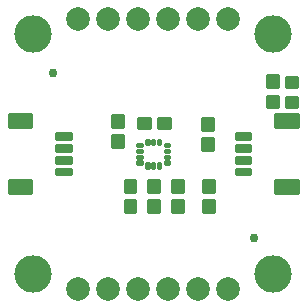
<source format=gts>
G04 EAGLE Gerber RS-274X export*
G75*
%MOMM*%
%FSLAX34Y34*%
%LPD*%
%INSoldermask Top*%
%IPPOS*%
%AMOC8*
5,1,8,0,0,1.08239X$1,22.5*%
G01*
%ADD10C,0.225400*%
%ADD11C,3.175000*%
%ADD12C,0.762000*%
%ADD13C,2.006600*%
%ADD14C,0.225588*%
%ADD15C,0.225369*%
%ADD16C,0.428259*%
%ADD17C,0.230578*%


D10*
X101155Y142558D02*
X101155Y132542D01*
X92139Y132542D01*
X92139Y142558D01*
X101155Y142558D01*
X101155Y134683D02*
X92139Y134683D01*
X92139Y136824D02*
X101155Y136824D01*
X101155Y138965D02*
X92139Y138965D01*
X92139Y141106D02*
X101155Y141106D01*
X101155Y149542D02*
X101155Y159558D01*
X101155Y149542D02*
X92139Y149542D01*
X92139Y159558D01*
X101155Y159558D01*
X101155Y151683D02*
X92139Y151683D01*
X92139Y153824D02*
X101155Y153824D01*
X101155Y155965D02*
X92139Y155965D01*
X92139Y158106D02*
X101155Y158106D01*
X130873Y157670D02*
X140889Y157670D01*
X140889Y148654D01*
X130873Y148654D01*
X130873Y157670D01*
X130873Y150795D02*
X140889Y150795D01*
X140889Y152936D02*
X130873Y152936D01*
X130873Y155077D02*
X140889Y155077D01*
X140889Y157218D02*
X130873Y157218D01*
X123889Y157670D02*
X113873Y157670D01*
X123889Y157670D02*
X123889Y148654D01*
X113873Y148654D01*
X113873Y157670D01*
X113873Y150795D02*
X123889Y150795D01*
X123889Y152936D02*
X113873Y152936D01*
X113873Y155077D02*
X123889Y155077D01*
X123889Y157218D02*
X113873Y157218D01*
D11*
X25400Y228600D03*
X25400Y25400D03*
X228600Y25400D03*
D10*
X122937Y94932D02*
X122937Y104948D01*
X131953Y104948D01*
X131953Y94932D01*
X122937Y94932D01*
X122937Y97073D02*
X131953Y97073D01*
X131953Y99214D02*
X122937Y99214D01*
X122937Y101355D02*
X131953Y101355D01*
X131953Y103496D02*
X122937Y103496D01*
X122937Y87948D02*
X122937Y77932D01*
X122937Y87948D02*
X131953Y87948D01*
X131953Y77932D01*
X122937Y77932D01*
X122937Y80073D02*
X131953Y80073D01*
X131953Y82214D02*
X122937Y82214D01*
X122937Y84355D02*
X131953Y84355D01*
X131953Y86496D02*
X122937Y86496D01*
X142876Y94932D02*
X142876Y104948D01*
X151892Y104948D01*
X151892Y94932D01*
X142876Y94932D01*
X142876Y97073D02*
X151892Y97073D01*
X151892Y99214D02*
X142876Y99214D01*
X142876Y101355D02*
X151892Y101355D01*
X151892Y103496D02*
X142876Y103496D01*
X142876Y87948D02*
X142876Y77932D01*
X142876Y87948D02*
X151892Y87948D01*
X151892Y77932D01*
X142876Y77932D01*
X142876Y80073D02*
X151892Y80073D01*
X151892Y82214D02*
X142876Y82214D01*
X142876Y84355D02*
X151892Y84355D01*
X151892Y86496D02*
X142876Y86496D01*
D12*
X41910Y195580D03*
X212344Y55880D03*
D10*
X102934Y95059D02*
X102934Y105075D01*
X111950Y105075D01*
X111950Y95059D01*
X102934Y95059D01*
X102934Y97200D02*
X111950Y97200D01*
X111950Y99341D02*
X102934Y99341D01*
X102934Y101482D02*
X111950Y101482D01*
X111950Y103623D02*
X102934Y103623D01*
X102934Y88075D02*
X102934Y78059D01*
X102934Y88075D02*
X111950Y88075D01*
X111950Y78059D01*
X102934Y78059D01*
X102934Y80200D02*
X111950Y80200D01*
X111950Y82341D02*
X102934Y82341D01*
X102934Y84482D02*
X111950Y84482D01*
X111950Y86623D02*
X102934Y86623D01*
D13*
X190500Y12700D03*
X165100Y12700D03*
X139700Y12700D03*
X114300Y12700D03*
X88900Y12700D03*
X63500Y12700D03*
X63500Y241300D03*
X88900Y241300D03*
X114300Y241300D03*
X139700Y241300D03*
X165100Y241300D03*
X190500Y241300D03*
D14*
X249203Y104507D02*
X249203Y93493D01*
X230189Y93493D01*
X230189Y104507D01*
X249203Y104507D01*
X249203Y95636D02*
X230189Y95636D01*
X230189Y97779D02*
X249203Y97779D01*
X249203Y99922D02*
X230189Y99922D01*
X230189Y102065D02*
X249203Y102065D01*
X249203Y104208D02*
X230189Y104208D01*
X249203Y149493D02*
X249203Y160507D01*
X249203Y149493D02*
X230189Y149493D01*
X230189Y160507D01*
X249203Y160507D01*
X249203Y151636D02*
X230189Y151636D01*
X230189Y153779D02*
X249203Y153779D01*
X249203Y155922D02*
X230189Y155922D01*
X230189Y158065D02*
X249203Y158065D01*
X249203Y160208D02*
X230189Y160208D01*
D15*
X209204Y114508D02*
X209204Y109492D01*
X196688Y109492D01*
X196688Y114508D01*
X209204Y114508D01*
X209204Y111633D02*
X196688Y111633D01*
X196688Y113774D02*
X209204Y113774D01*
X209204Y119492D02*
X209204Y124508D01*
X209204Y119492D02*
X196688Y119492D01*
X196688Y124508D01*
X209204Y124508D01*
X209204Y121633D02*
X196688Y121633D01*
X196688Y123774D02*
X209204Y123774D01*
X209204Y129492D02*
X209204Y134508D01*
X209204Y129492D02*
X196688Y129492D01*
X196688Y134508D01*
X209204Y134508D01*
X209204Y131633D02*
X196688Y131633D01*
X196688Y133774D02*
X209204Y133774D01*
X209204Y139492D02*
X209204Y144508D01*
X209204Y139492D02*
X196688Y139492D01*
X196688Y144508D01*
X209204Y144508D01*
X209204Y141633D02*
X196688Y141633D01*
X196688Y143774D02*
X209204Y143774D01*
D14*
X4543Y149493D02*
X4543Y160507D01*
X23557Y160507D01*
X23557Y149493D01*
X4543Y149493D01*
X4543Y151636D02*
X23557Y151636D01*
X23557Y153779D02*
X4543Y153779D01*
X4543Y155922D02*
X23557Y155922D01*
X23557Y158065D02*
X4543Y158065D01*
X4543Y160208D02*
X23557Y160208D01*
X4543Y104507D02*
X4543Y93493D01*
X4543Y104507D02*
X23557Y104507D01*
X23557Y93493D01*
X4543Y93493D01*
X4543Y95636D02*
X23557Y95636D01*
X23557Y97779D02*
X4543Y97779D01*
X4543Y99922D02*
X23557Y99922D01*
X23557Y102065D02*
X4543Y102065D01*
X4543Y104208D02*
X23557Y104208D01*
D15*
X44542Y139492D02*
X44542Y144508D01*
X57058Y144508D01*
X57058Y139492D01*
X44542Y139492D01*
X44542Y141633D02*
X57058Y141633D01*
X57058Y143774D02*
X44542Y143774D01*
X44542Y134508D02*
X44542Y129492D01*
X44542Y134508D02*
X57058Y134508D01*
X57058Y129492D01*
X44542Y129492D01*
X44542Y131633D02*
X57058Y131633D01*
X57058Y133774D02*
X44542Y133774D01*
X44542Y124508D02*
X44542Y119492D01*
X44542Y124508D02*
X57058Y124508D01*
X57058Y119492D01*
X44542Y119492D01*
X44542Y121633D02*
X57058Y121633D01*
X57058Y123774D02*
X44542Y123774D01*
X44542Y114508D02*
X44542Y109492D01*
X44542Y114508D02*
X57058Y114508D01*
X57058Y109492D01*
X44542Y109492D01*
X44542Y111633D02*
X57058Y111633D01*
X57058Y113774D02*
X44542Y113774D01*
D16*
X240600Y184600D02*
X247588Y184600D01*
X240600Y184600D02*
X240600Y191588D01*
X247588Y191588D01*
X247588Y184600D01*
X247588Y188669D02*
X240600Y188669D01*
X240600Y167060D02*
X247588Y167060D01*
X240600Y167060D02*
X240600Y174048D01*
X247588Y174048D01*
X247588Y167060D01*
X247588Y171129D02*
X240600Y171129D01*
D10*
X232600Y166324D02*
X232600Y176340D01*
X232600Y166324D02*
X223584Y166324D01*
X223584Y176340D01*
X232600Y176340D01*
X232600Y168465D02*
X223584Y168465D01*
X223584Y170606D02*
X232600Y170606D01*
X232600Y172747D02*
X223584Y172747D01*
X223584Y174888D02*
X232600Y174888D01*
X232600Y183324D02*
X232600Y193340D01*
X232600Y183324D02*
X223584Y183324D01*
X223584Y193340D01*
X232600Y193340D01*
X232600Y185465D02*
X223584Y185465D01*
X223584Y187606D02*
X232600Y187606D01*
X232600Y189747D02*
X223584Y189747D01*
X223584Y191888D02*
X232600Y191888D01*
D11*
X228600Y228600D03*
D10*
X177228Y140272D02*
X177228Y130256D01*
X168212Y130256D01*
X168212Y140272D01*
X177228Y140272D01*
X177228Y132397D02*
X168212Y132397D01*
X168212Y134538D02*
X177228Y134538D01*
X177228Y136679D02*
X168212Y136679D01*
X168212Y138820D02*
X177228Y138820D01*
X177228Y147256D02*
X177228Y157272D01*
X177228Y147256D02*
X168212Y147256D01*
X168212Y157272D01*
X177228Y157272D01*
X177228Y149397D02*
X168212Y149397D01*
X168212Y151538D02*
X177228Y151538D01*
X177228Y153679D02*
X168212Y153679D01*
X168212Y155820D02*
X177228Y155820D01*
D17*
X140507Y120482D02*
X136743Y120482D01*
X140507Y120482D02*
X140507Y118518D01*
X136743Y118518D01*
X136743Y120482D01*
X136743Y125482D02*
X140507Y125482D01*
X140507Y123518D01*
X136743Y123518D01*
X136743Y125482D01*
X136743Y130482D02*
X140507Y130482D01*
X140507Y128518D01*
X136743Y128518D01*
X136743Y130482D01*
X136743Y135482D02*
X140507Y135482D01*
X140507Y133518D01*
X136743Y133518D01*
X136743Y135482D01*
X117257Y133518D02*
X113493Y133518D01*
X113493Y135482D01*
X117257Y135482D01*
X117257Y133518D01*
X117257Y128518D02*
X113493Y128518D01*
X113493Y130482D01*
X117257Y130482D01*
X117257Y128518D01*
X117257Y123518D02*
X113493Y123518D01*
X113493Y125482D01*
X117257Y125482D01*
X117257Y123518D01*
X117257Y118518D02*
X113493Y118518D01*
X113493Y120482D01*
X117257Y120482D01*
X117257Y118518D01*
X131018Y138882D02*
X132982Y138882D01*
X132982Y135118D01*
X131018Y135118D01*
X131018Y138882D01*
X131018Y137309D02*
X132982Y137309D01*
X127982Y138882D02*
X126018Y138882D01*
X127982Y138882D02*
X127982Y135118D01*
X126018Y135118D01*
X126018Y138882D01*
X126018Y137309D02*
X127982Y137309D01*
X122982Y138882D02*
X121018Y138882D01*
X122982Y138882D02*
X122982Y135118D01*
X121018Y135118D01*
X121018Y138882D01*
X121018Y137309D02*
X122982Y137309D01*
X122982Y115118D02*
X121018Y115118D01*
X121018Y118882D01*
X122982Y118882D01*
X122982Y115118D01*
X122982Y117309D02*
X121018Y117309D01*
X126018Y115118D02*
X127982Y115118D01*
X126018Y115118D02*
X126018Y118882D01*
X127982Y118882D01*
X127982Y115118D01*
X127982Y117309D02*
X126018Y117309D01*
X131018Y115118D02*
X132982Y115118D01*
X131018Y115118D02*
X131018Y118882D01*
X132982Y118882D01*
X132982Y115118D01*
X132982Y117309D02*
X131018Y117309D01*
D10*
X178498Y87948D02*
X178498Y77932D01*
X169482Y77932D01*
X169482Y87948D01*
X178498Y87948D01*
X178498Y80073D02*
X169482Y80073D01*
X169482Y82214D02*
X178498Y82214D01*
X178498Y84355D02*
X169482Y84355D01*
X169482Y86496D02*
X178498Y86496D01*
X178498Y94932D02*
X178498Y104948D01*
X178498Y94932D02*
X169482Y94932D01*
X169482Y104948D01*
X178498Y104948D01*
X178498Y97073D02*
X169482Y97073D01*
X169482Y99214D02*
X178498Y99214D01*
X178498Y101355D02*
X169482Y101355D01*
X169482Y103496D02*
X178498Y103496D01*
M02*

</source>
